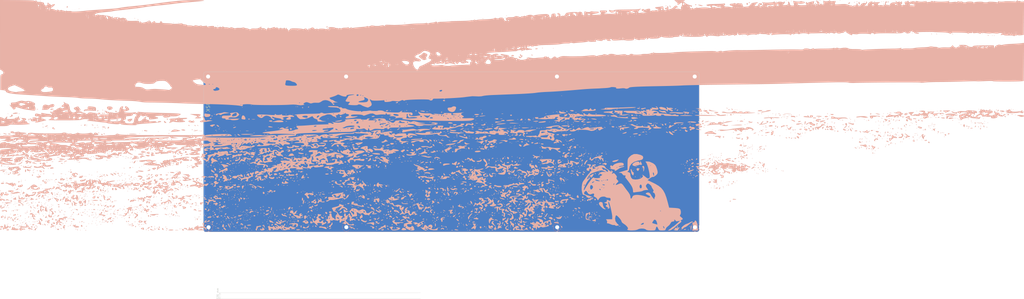
<source format=kicad_pcb>
(kicad_pcb (version 20211014) (generator pcbnew)
  (layers (0 "F.Cu" signal) (31 "B.Cu" signal) (34 "B.Paste" user) (35 "F.Paste" user) (36 "B.SilkS" user "B.Silkscreen") (37 "F.SilkS" user "F.Silkscreen") (38 "B.Mask" user) (39 "F.Mask" user) (44 "Edge.Cuts" user))
  (net 0 "")
  (footprint "MountingHole:MountingHole_2.2mm_M2_Pad" (layer "F.Cu") (at 81.153 91.537469)
    (fp_text reference "H2" hide)
    (fp_text value "MountingHole_Pad")
    (pad "1" thru_hole circle (at 0 0) (size 4.4 4.4) (drill 2.2) (layers *.Cu *.Mask))
  )
  (footprint "MountingHole:MountingHole_2.2mm_M2_Pad" (layer "F.Cu") (at 197.231 8.509)
    (fp_text reference "H3" hide)
    (fp_text value "MountingHole_Pad")
    (pad "1" thru_hole circle (at 0 0) (size 4.4 4.4) (drill 2.2) (layers *.Cu *.Mask))
  )
  (footprint "MountingHole:MountingHole_2.2mm_M2_Pad" (layer "F.Cu") (at 273.177 8.509)
    (fp_text reference "H4" hide)
    (fp_text value "MountingHole_Pad")
    (pad "1" thru_hole circle (at 0 0) (size 4.4 4.4) (drill 2.2) (layers *.Cu *.Mask))
  )
  (footprint "MountingHole:MountingHole_2.2mm_M2_Pad" (layer "F.Cu") (at 5.207 91.567)
    (fp_text reference "H1" hide)
    (fp_text value "MountingHole_Pad")
    (pad "1" thru_hole circle (at 0 0) (size 4.4 4.4) (drill 2.2) (layers *.Cu *.Mask))
  )
  (footprint "MountingHole:MountingHole_2.2mm_M2_Pad" (layer "F.Cu") (at 273.304 91.567)
    (fp_text reference "H4" hide)
    (fp_text value "MountingHole_Pad")
    (pad "1" thru_hole circle (at 0 0) (size 4.4 4.4) (drill 2.2) (layers *.Cu *.Mask))
  )
  (footprint "MountingHole:MountingHole_2.2mm_M2_Pad" (layer "F.Cu") (at 4.953 8.509)
    (fp_text reference "H1" hide)
    (fp_text value "MountingHole_Pad")
    (pad "1" thru_hole circle (at 0 0) (size 4.4 4.4) (drill 2.2) (layers *.Cu *.Mask))
  )
  (footprint "MountingHole:MountingHole_2.2mm_M2_Pad" (layer "F.Cu") (at 81.0195 8.509)
    (fp_text reference "H2" hide)
    (fp_text value "MountingHole_Pad")
    (pad "1" thru_hole circle (at 0 0) (size 4.4 4.4) (drill 2.2) (layers *.Cu *.Mask))
  )
  (footprint "MountingHole:MountingHole_2.2mm_M2_Pad" (layer "F.Cu") (at 197.3801 91.567)
    (fp_text reference "H3" hide)
    (fp_text value "MountingHole_Pad")
    (pad "1" thru_hole circle (at 0 0) (size 4.4 4.4) (drill 2.2) (layers *.Cu *.Mask))
  )
  (footprint "LOGO" (layer "B.Cu") (at 172.466 29.845 180)
    (fp_text reference "G***" hide)
    (fp_text value "LOGO" hide)
  )
  (gr_line (start 3.692026 94.107) (end 274.357212 94.107) (layer "Edge.Cuts") (width 0.1))
  (gr_arc (start 275.627212 92.837) (mid 275.255241 93.735035) (end 274.357212 94.107) (layer "Edge.Cuts") (width 0.1))
  (gr_line (start 275.627212 92.837) (end 275.59 7.239) (layer "Edge.Cuts") (width 0.1))
  (gr_arc (start 3.692026 94.107) (mid 2.793999 93.735027) (end 2.422026 92.837) (layer "Edge.Cuts") (width 0.1))
  (gr_arc (start 2.422026 7.239) (mid 2.794 6.340974) (end 3.692026 5.969) (layer "Edge.Cuts") (width 0.1))
  (gr_arc (start 274.32 5.969) (mid 275.218048 6.340956) (end 275.59 7.239) (layer "Edge.Cuts") (width 0.1))
  (gr_line (start 274.32 5.969) (end 3.692026 5.969) (layer "Edge.Cuts") (width 0.1))
  (gr_line (start 2.422026 7.239) (end 2.422026 92.837) (layer "Edge.Cuts") (width 0.1))
  (gr_text "SKOOSK" (at 4.7625 22.225 270) (layer "F.SilkS") (effects (font (size 2 2))))
  (dimension (type aligned) (layer "Edge.Cuts") (pts (xy 122.555 131.064) (xy 122.555 127.762)) (height -111.125) (gr_text "3.3020 mm" (at 10.28 129.413 90) (layer "Edge.Cuts") (effects (font (size 1 1) (thickness 0.15)))) (format (units 3) (units_format 1) (precision 4)) (style (thickness 0.1) (arrow_length 1.27) (text_position_mode 0) (extension_height 0.58642) (extension_offset 0.5) keep_text_aligned))
  (zone (net 0) (net_name "") (layers F&B.Cu) (connect_pads (clearance 0)) (min_thickness 0.254) (fill yes (thermal_gap 0.508) (thermal_bridge_width 0.508))
    (polygon (pts (xy 287.147 97.536) (xy -6.731 99.314) (xy -7.747 -4.064) (xy 286.893 0.762)))
  )
)
</source>
